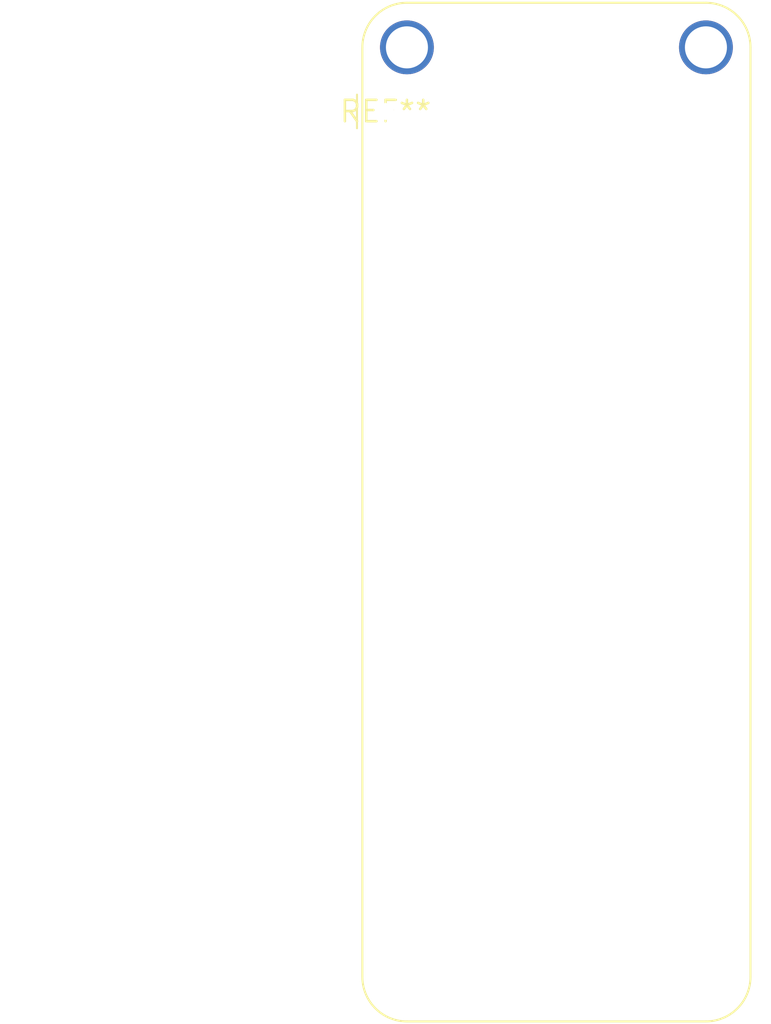
<source format=kicad_pcb>
(kicad_pcb (version 20240108) (generator pcbnew)
  (layers (0 "F.Cu" signal) (31 "B.Cu" signal) (34 "B.Paste" user) (35 "F.Paste" user) (36 "B.SilkS" user "B.Silkscreen") (37 "F.SilkS" user "F.Silkscreen") (38 "B.Mask" user) (39 "F.Mask" user) (44 "Edge.Cuts" user))
  (net 0 "")
  (footprint "Adafruit_Feather_32u4_FONA_WithMountingHoles" (layer "F.Cu") (at 0 0)
    (property "Reference" "REF**")
    (property "Value" "Adafruit_Feather_32u4_FONA_WithMountingHoles")
    (fp_line (start -1.7 1) (end -1.7 -1) (layer "F.SilkS") (stroke (width 0.12)))
    (fp_line (start -1.38 -3.81) (end -1.38 51.44) (layer "F.SilkS") (stroke (width 0.12)))
    (fp_line (start 19.05 -6.46) (end 1.27 -6.46) (layer "F.SilkS") (stroke (width 0.12)))
    (fp_line (start 19.05 54.09) (end 1.27 54.09) (layer "F.SilkS") (stroke (width 0.12)))
    (fp_line (start 21.7 -3.81) (end 21.7 51.44) (layer "F.SilkS") (stroke (width 0.12)))
    (fp_arc (start -1.38 -3.81) (mid -0.603833 -5.683833) (end 1.27 -6.46) (layer "F.SilkS") (stroke (width 0.12)))
    (fp_arc (start 1.27 54.09) (mid -0.603833 53.313833) (end -1.38 51.44) (layer "F.SilkS") (stroke (width 0.12)))
    (fp_arc (start 19.05 -6.46) (mid 20.923833 -5.683833) (end 21.7 -3.81) (layer "F.SilkS") (stroke (width 0.12)))
    (fp_arc (start 21.7 51.44) (mid 20.923833 53.313833) (end 19.05 54.09) (layer "F.SilkS") (stroke (width 0.12)))
    (pad "" np_thru_hole circle (at 1.27 -3.81 270) (size 3.2 3.2) (drill 2.5) (layers *.Cu *.Mask))
    (pad "" np_thru_hole circle (at 19.05 -3.81 270) (size 3.2 3.2) (drill 2.5) (layers *.Cu *.Mask))
    (pad "" np_thru_hole circle (at 19.05 51.44 270) (size 2.2 2.2) (drill 2.2) (layers *.Cu *.Mask))
    (pad "1" thru_hole roundrect (at 0 0) (size 2.6 1.6) (drill 1 (offset 0.3 0)) (layers *.Cu *.Mask) (remove_unused_layers) (roundrect_rratio 0.15625))
    (pad "2" thru_hole oval (at 0 2.54) (size 2.6 1.6) (drill 1 (offset 0.3 0)) (layers *.Cu *.Mask) (remove_unused_layers))
    (pad "3" thru_hole oval (at 0 5.08) (size 2.6 1.6) (drill 1 (offset 0.3 0)) (layers *.Cu *.Mask) (remove_unused_layers))
    (pad "4" thru_hole oval (at 0 7.62) (size 2.6 1.6) (drill 1 (offset 0.3 0)) (layers *.Cu *.Mask) (remove_unused_layers))
    (pad "5" thru_hole oval (at 0 10.16) (size 2.6 1.6) (drill 1 (offset 0.3 0)) (layers *.Cu *.Mask) (remove_unused_layers))
    (pad "6" thru_hole oval (at 0 12.7) (size 2.6 1.6) (drill 1 (offset 0.3 0)) (layers *.Cu *.Mask) (remove_unused_layers))
    (pad "7" thru_hole oval (at 0 15.24) (size 2.6 1.6) (drill 1 (offset 0.3 0)) (layers *.Cu *.Mask) (remove_unused_layers))
    (pad "8" thru_hole oval (at 0 17.78) (size 2.6 1.6) (drill 1 (offset 0.3 0)) (layers *.Cu *.Mask) (remove_unused_layers))
    (pad "9" thru_hole oval (at 0 20.32) (size 2.6 1.6) (drill 1 (offset 0.3 0)) (layers *.Cu *.Mask) (remove_unused_layers))
    (pad "10" thru_hole oval (at 0 22.86) (size 2.6 1.6) (drill 1 (offset 0.3 0)) (layers *.Cu *.Mask) (remove_unused_layers))
    (pad "11" thru_hole oval (at 0 25.4) (size 2.6 1.6) (drill 1 (offset 0.3 0)) (layers *.Cu *.Mask) (remove_unused_layers))
    (pad "12" thru_hole oval (at 0 27.94) (size 2.6 1.6) (drill 1 (offset 0.3 0)) (layers *.Cu *.Mask) (remove_unused_layers))
    (pad "13" thru_hole oval (at 0 30.48) (size 2.6 1.6) (drill 1 (offset 0.3 0)) (layers *.Cu *.Mask) (remove_unused_layers))
    (pad "14" thru_hole oval (at 0 33.02) (size 2.6 1.6) (drill 1 (offset 0.3 0)) (layers *.Cu *.Mask) (remove_unused_layers))
    (pad "15" thru_hole oval (at 0 35.56) (size 2.6 1.6) (drill 1 (offset 0.3 0)) (layers *.Cu *.Mask) (remove_unused_layers))
    (pad "16" thru_hole oval (at 0 38.1) (size 2.6 1.6) (drill 1 (offset 0.3 0)) (layers *.Cu *.Mask) (remove_unused_layers))
    (pad "17" thru_hole oval (at 20.32 38.1 180) (size 2.6 1.6) (drill 1 (offset 0.3 0)) (layers *.Cu *.Mask) (remove_unused_layers))
    (pad "18" thru_hole oval (at 20.32 35.56 180) (size 2.6 1.6) (drill 1 (offset 0.3 0)) (layers *.Cu *.Mask) (remove_unused_layers))
    (pad "19" thru_hole oval (at 20.32 33.02 180) (size 2.6 1.6) (drill 1 (offset 0.3 0)) (layers *.Cu *.Mask) (remove_unused_layers))
    (pad "20" thru_hole oval (at 20.32 30.48 180) (size 2.6 1.6) (drill 1 (offset 0.3 0)) (layers *.Cu *.Mask) (remove_unused_layers))
    (pad "21" thru_hole oval (at 20.32 27.94 180) (size 2.6 1.6) (drill 1 (offset 0.3 0)) (layers *.Cu *.Mask) (remove_unused_layers))
    (pad "22" thru_hole oval (at 20.32 25.4 180) (size 2.6 1.6) (drill 1 (offset 0.3 0)) (layers *.Cu *.Mask) (remove_unused_layers))
    (pad "23" thru_hole oval (at 20.32 22.86 180) (size 2.6 1.6) (drill 1 (offset 0.3 0)) (layers *.Cu *.Mask) (remove_unused_layers))
    (pad "24" thru_hole oval (at 20.32 20.32 180) (size 2.6 1.6) (drill 1 (offset 0.3 0)) (layers *.Cu *.Mask) (remove_unused_layers))
    (pad "25" thru_hole oval (at 20.32 17.78 180) (size 2.6 1.6) (drill 1 (offset 0.3 0)) (layers *.Cu *.Mask) (remove_unused_layers))
    (pad "26" thru_hole oval (at 20.32 15.24 180) (size 2.6 1.6) (drill 1 (offset 0.3 0)) (layers *.Cu *.Mask) (remove_unused_layers))
    (pad "27" thru_hole oval (at 20.32 12.7 180) (size 2.6 1.6) (drill 1 (offset 0.3 0)) (layers *.Cu *.Mask) (remove_unused_layers))
    (pad "28" thru_hole oval (at 20.32 10.16 180) (size 2.6 1.6) (drill 1 (offset 0.3 0)) (layers *.Cu *.Mask) (remove_unused_layers))
  )
)
</source>
